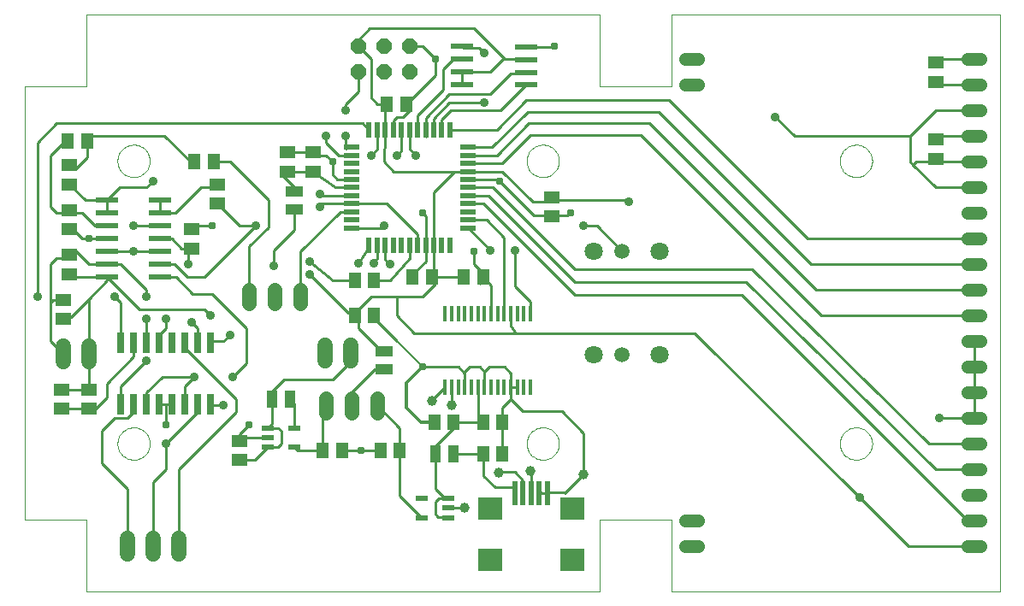
<source format=gtl>
G75*
%MOIN*%
%OFA0B0*%
%FSLAX24Y24*%
%IPPOS*%
%LPD*%
%AMOC8*
5,1,8,0,0,1.08239X$1,22.5*
%
%ADD10C,0.0010*%
%ADD11C,0.0000*%
%ADD12R,0.0217X0.0610*%
%ADD13R,0.0610X0.0217*%
%ADD14R,0.0512X0.0591*%
%ADD15R,0.0591X0.0512*%
%ADD16R,0.0701X0.0402*%
%ADD17OC8,0.0600*%
%ADD18R,0.0866X0.0236*%
%ADD19R,0.0260X0.0800*%
%ADD20R,0.0157X0.0591*%
%ADD21C,0.0515*%
%ADD22C,0.0594*%
%ADD23C,0.0709*%
%ADD24R,0.0472X0.0217*%
%ADD25C,0.0600*%
%ADD26R,0.0402X0.0701*%
%ADD27C,0.0560*%
%ADD28R,0.0866X0.0197*%
%ADD29R,0.0196X0.0980*%
%ADD30R,0.0980X0.0870*%
%ADD31C,0.0100*%
%ADD32C,0.0070*%
%ADD33C,0.0310*%
%ADD34C,0.0120*%
%ADD35C,0.0396*%
%ADD36C,0.0360*%
D10*
X002505Y000185D02*
X002505Y002985D01*
X000105Y002985D01*
X000105Y019885D01*
X002505Y019885D01*
X002505Y022685D01*
X022505Y022685D01*
X022505Y019885D01*
X025305Y019885D01*
X025305Y022685D01*
X038105Y022685D01*
X038105Y000185D01*
X025305Y000185D01*
X025305Y002985D01*
X022505Y002985D01*
X022505Y000185D01*
X002505Y000185D01*
D11*
X003725Y005950D02*
X003727Y006000D01*
X003733Y006050D01*
X003743Y006099D01*
X003757Y006147D01*
X003774Y006194D01*
X003795Y006239D01*
X003820Y006283D01*
X003848Y006324D01*
X003880Y006363D01*
X003914Y006400D01*
X003951Y006434D01*
X003991Y006464D01*
X004033Y006491D01*
X004077Y006515D01*
X004123Y006536D01*
X004170Y006552D01*
X004218Y006565D01*
X004268Y006574D01*
X004317Y006579D01*
X004368Y006580D01*
X004418Y006577D01*
X004467Y006570D01*
X004516Y006559D01*
X004564Y006544D01*
X004610Y006526D01*
X004655Y006504D01*
X004698Y006478D01*
X004739Y006449D01*
X004778Y006417D01*
X004814Y006382D01*
X004846Y006344D01*
X004876Y006304D01*
X004903Y006261D01*
X004926Y006217D01*
X004945Y006171D01*
X004961Y006123D01*
X004973Y006074D01*
X004981Y006025D01*
X004985Y005975D01*
X004985Y005925D01*
X004981Y005875D01*
X004973Y005826D01*
X004961Y005777D01*
X004945Y005729D01*
X004926Y005683D01*
X004903Y005639D01*
X004876Y005596D01*
X004846Y005556D01*
X004814Y005518D01*
X004778Y005483D01*
X004739Y005451D01*
X004698Y005422D01*
X004655Y005396D01*
X004610Y005374D01*
X004564Y005356D01*
X004516Y005341D01*
X004467Y005330D01*
X004418Y005323D01*
X004368Y005320D01*
X004317Y005321D01*
X004268Y005326D01*
X004218Y005335D01*
X004170Y005348D01*
X004123Y005364D01*
X004077Y005385D01*
X004033Y005409D01*
X003991Y005436D01*
X003951Y005466D01*
X003914Y005500D01*
X003880Y005537D01*
X003848Y005576D01*
X003820Y005617D01*
X003795Y005661D01*
X003774Y005706D01*
X003757Y005753D01*
X003743Y005801D01*
X003733Y005850D01*
X003727Y005900D01*
X003725Y005950D01*
X019670Y005950D02*
X019672Y006000D01*
X019678Y006050D01*
X019688Y006099D01*
X019702Y006147D01*
X019719Y006194D01*
X019740Y006239D01*
X019765Y006283D01*
X019793Y006324D01*
X019825Y006363D01*
X019859Y006400D01*
X019896Y006434D01*
X019936Y006464D01*
X019978Y006491D01*
X020022Y006515D01*
X020068Y006536D01*
X020115Y006552D01*
X020163Y006565D01*
X020213Y006574D01*
X020262Y006579D01*
X020313Y006580D01*
X020363Y006577D01*
X020412Y006570D01*
X020461Y006559D01*
X020509Y006544D01*
X020555Y006526D01*
X020600Y006504D01*
X020643Y006478D01*
X020684Y006449D01*
X020723Y006417D01*
X020759Y006382D01*
X020791Y006344D01*
X020821Y006304D01*
X020848Y006261D01*
X020871Y006217D01*
X020890Y006171D01*
X020906Y006123D01*
X020918Y006074D01*
X020926Y006025D01*
X020930Y005975D01*
X020930Y005925D01*
X020926Y005875D01*
X020918Y005826D01*
X020906Y005777D01*
X020890Y005729D01*
X020871Y005683D01*
X020848Y005639D01*
X020821Y005596D01*
X020791Y005556D01*
X020759Y005518D01*
X020723Y005483D01*
X020684Y005451D01*
X020643Y005422D01*
X020600Y005396D01*
X020555Y005374D01*
X020509Y005356D01*
X020461Y005341D01*
X020412Y005330D01*
X020363Y005323D01*
X020313Y005320D01*
X020262Y005321D01*
X020213Y005326D01*
X020163Y005335D01*
X020115Y005348D01*
X020068Y005364D01*
X020022Y005385D01*
X019978Y005409D01*
X019936Y005436D01*
X019896Y005466D01*
X019859Y005500D01*
X019825Y005537D01*
X019793Y005576D01*
X019765Y005617D01*
X019740Y005661D01*
X019719Y005706D01*
X019702Y005753D01*
X019688Y005801D01*
X019678Y005850D01*
X019672Y005900D01*
X019670Y005950D01*
X031875Y005950D02*
X031877Y006000D01*
X031883Y006050D01*
X031893Y006099D01*
X031907Y006147D01*
X031924Y006194D01*
X031945Y006239D01*
X031970Y006283D01*
X031998Y006324D01*
X032030Y006363D01*
X032064Y006400D01*
X032101Y006434D01*
X032141Y006464D01*
X032183Y006491D01*
X032227Y006515D01*
X032273Y006536D01*
X032320Y006552D01*
X032368Y006565D01*
X032418Y006574D01*
X032467Y006579D01*
X032518Y006580D01*
X032568Y006577D01*
X032617Y006570D01*
X032666Y006559D01*
X032714Y006544D01*
X032760Y006526D01*
X032805Y006504D01*
X032848Y006478D01*
X032889Y006449D01*
X032928Y006417D01*
X032964Y006382D01*
X032996Y006344D01*
X033026Y006304D01*
X033053Y006261D01*
X033076Y006217D01*
X033095Y006171D01*
X033111Y006123D01*
X033123Y006074D01*
X033131Y006025D01*
X033135Y005975D01*
X033135Y005925D01*
X033131Y005875D01*
X033123Y005826D01*
X033111Y005777D01*
X033095Y005729D01*
X033076Y005683D01*
X033053Y005639D01*
X033026Y005596D01*
X032996Y005556D01*
X032964Y005518D01*
X032928Y005483D01*
X032889Y005451D01*
X032848Y005422D01*
X032805Y005396D01*
X032760Y005374D01*
X032714Y005356D01*
X032666Y005341D01*
X032617Y005330D01*
X032568Y005323D01*
X032518Y005320D01*
X032467Y005321D01*
X032418Y005326D01*
X032368Y005335D01*
X032320Y005348D01*
X032273Y005364D01*
X032227Y005385D01*
X032183Y005409D01*
X032141Y005436D01*
X032101Y005466D01*
X032064Y005500D01*
X032030Y005537D01*
X031998Y005576D01*
X031970Y005617D01*
X031945Y005661D01*
X031924Y005706D01*
X031907Y005753D01*
X031893Y005801D01*
X031883Y005850D01*
X031877Y005900D01*
X031875Y005950D01*
X031875Y016974D02*
X031877Y017024D01*
X031883Y017074D01*
X031893Y017123D01*
X031907Y017171D01*
X031924Y017218D01*
X031945Y017263D01*
X031970Y017307D01*
X031998Y017348D01*
X032030Y017387D01*
X032064Y017424D01*
X032101Y017458D01*
X032141Y017488D01*
X032183Y017515D01*
X032227Y017539D01*
X032273Y017560D01*
X032320Y017576D01*
X032368Y017589D01*
X032418Y017598D01*
X032467Y017603D01*
X032518Y017604D01*
X032568Y017601D01*
X032617Y017594D01*
X032666Y017583D01*
X032714Y017568D01*
X032760Y017550D01*
X032805Y017528D01*
X032848Y017502D01*
X032889Y017473D01*
X032928Y017441D01*
X032964Y017406D01*
X032996Y017368D01*
X033026Y017328D01*
X033053Y017285D01*
X033076Y017241D01*
X033095Y017195D01*
X033111Y017147D01*
X033123Y017098D01*
X033131Y017049D01*
X033135Y016999D01*
X033135Y016949D01*
X033131Y016899D01*
X033123Y016850D01*
X033111Y016801D01*
X033095Y016753D01*
X033076Y016707D01*
X033053Y016663D01*
X033026Y016620D01*
X032996Y016580D01*
X032964Y016542D01*
X032928Y016507D01*
X032889Y016475D01*
X032848Y016446D01*
X032805Y016420D01*
X032760Y016398D01*
X032714Y016380D01*
X032666Y016365D01*
X032617Y016354D01*
X032568Y016347D01*
X032518Y016344D01*
X032467Y016345D01*
X032418Y016350D01*
X032368Y016359D01*
X032320Y016372D01*
X032273Y016388D01*
X032227Y016409D01*
X032183Y016433D01*
X032141Y016460D01*
X032101Y016490D01*
X032064Y016524D01*
X032030Y016561D01*
X031998Y016600D01*
X031970Y016641D01*
X031945Y016685D01*
X031924Y016730D01*
X031907Y016777D01*
X031893Y016825D01*
X031883Y016874D01*
X031877Y016924D01*
X031875Y016974D01*
X019670Y016974D02*
X019672Y017024D01*
X019678Y017074D01*
X019688Y017123D01*
X019702Y017171D01*
X019719Y017218D01*
X019740Y017263D01*
X019765Y017307D01*
X019793Y017348D01*
X019825Y017387D01*
X019859Y017424D01*
X019896Y017458D01*
X019936Y017488D01*
X019978Y017515D01*
X020022Y017539D01*
X020068Y017560D01*
X020115Y017576D01*
X020163Y017589D01*
X020213Y017598D01*
X020262Y017603D01*
X020313Y017604D01*
X020363Y017601D01*
X020412Y017594D01*
X020461Y017583D01*
X020509Y017568D01*
X020555Y017550D01*
X020600Y017528D01*
X020643Y017502D01*
X020684Y017473D01*
X020723Y017441D01*
X020759Y017406D01*
X020791Y017368D01*
X020821Y017328D01*
X020848Y017285D01*
X020871Y017241D01*
X020890Y017195D01*
X020906Y017147D01*
X020918Y017098D01*
X020926Y017049D01*
X020930Y016999D01*
X020930Y016949D01*
X020926Y016899D01*
X020918Y016850D01*
X020906Y016801D01*
X020890Y016753D01*
X020871Y016707D01*
X020848Y016663D01*
X020821Y016620D01*
X020791Y016580D01*
X020759Y016542D01*
X020723Y016507D01*
X020684Y016475D01*
X020643Y016446D01*
X020600Y016420D01*
X020555Y016398D01*
X020509Y016380D01*
X020461Y016365D01*
X020412Y016354D01*
X020363Y016347D01*
X020313Y016344D01*
X020262Y016345D01*
X020213Y016350D01*
X020163Y016359D01*
X020115Y016372D01*
X020068Y016388D01*
X020022Y016409D01*
X019978Y016433D01*
X019936Y016460D01*
X019896Y016490D01*
X019859Y016524D01*
X019825Y016561D01*
X019793Y016600D01*
X019765Y016641D01*
X019740Y016685D01*
X019719Y016730D01*
X019702Y016777D01*
X019688Y016825D01*
X019678Y016874D01*
X019672Y016924D01*
X019670Y016974D01*
X003725Y016974D02*
X003727Y017024D01*
X003733Y017074D01*
X003743Y017123D01*
X003757Y017171D01*
X003774Y017218D01*
X003795Y017263D01*
X003820Y017307D01*
X003848Y017348D01*
X003880Y017387D01*
X003914Y017424D01*
X003951Y017458D01*
X003991Y017488D01*
X004033Y017515D01*
X004077Y017539D01*
X004123Y017560D01*
X004170Y017576D01*
X004218Y017589D01*
X004268Y017598D01*
X004317Y017603D01*
X004368Y017604D01*
X004418Y017601D01*
X004467Y017594D01*
X004516Y017583D01*
X004564Y017568D01*
X004610Y017550D01*
X004655Y017528D01*
X004698Y017502D01*
X004739Y017473D01*
X004778Y017441D01*
X004814Y017406D01*
X004846Y017368D01*
X004876Y017328D01*
X004903Y017285D01*
X004926Y017241D01*
X004945Y017195D01*
X004961Y017147D01*
X004973Y017098D01*
X004981Y017049D01*
X004985Y016999D01*
X004985Y016949D01*
X004981Y016899D01*
X004973Y016850D01*
X004961Y016801D01*
X004945Y016753D01*
X004926Y016707D01*
X004903Y016663D01*
X004876Y016620D01*
X004846Y016580D01*
X004814Y016542D01*
X004778Y016507D01*
X004739Y016475D01*
X004698Y016446D01*
X004655Y016420D01*
X004610Y016398D01*
X004564Y016380D01*
X004516Y016365D01*
X004467Y016354D01*
X004418Y016347D01*
X004368Y016344D01*
X004317Y016345D01*
X004268Y016350D01*
X004218Y016359D01*
X004170Y016372D01*
X004123Y016388D01*
X004077Y016409D01*
X004033Y016433D01*
X003991Y016460D01*
X003951Y016490D01*
X003914Y016524D01*
X003880Y016561D01*
X003848Y016600D01*
X003820Y016641D01*
X003795Y016685D01*
X003774Y016730D01*
X003757Y016777D01*
X003743Y016825D01*
X003733Y016874D01*
X003727Y016924D01*
X003725Y016974D01*
D12*
X013530Y018199D03*
X013845Y018199D03*
X014160Y018199D03*
X014475Y018199D03*
X014790Y018199D03*
X015105Y018199D03*
X015420Y018199D03*
X015735Y018199D03*
X016050Y018199D03*
X016365Y018199D03*
X016680Y018199D03*
X016680Y013671D03*
X016365Y013671D03*
X016050Y013671D03*
X015735Y013671D03*
X015420Y013671D03*
X015105Y013671D03*
X014790Y013671D03*
X014475Y013671D03*
X014160Y013671D03*
X013845Y013671D03*
X013530Y013671D03*
D13*
X012841Y014360D03*
X012841Y014675D03*
X012841Y014990D03*
X012841Y015305D03*
X012841Y015620D03*
X012841Y015935D03*
X012841Y016250D03*
X012841Y016565D03*
X012841Y016880D03*
X012841Y017195D03*
X012841Y017510D03*
X017369Y017510D03*
X017369Y017195D03*
X017369Y016880D03*
X017369Y016565D03*
X017369Y016250D03*
X017369Y015935D03*
X017369Y015620D03*
X017369Y015305D03*
X017369Y014990D03*
X017369Y014675D03*
X017369Y014360D03*
D14*
X017231Y012435D03*
X017979Y012435D03*
X015979Y012435D03*
X015231Y012435D03*
X013729Y012310D03*
X012981Y012310D03*
X012981Y010935D03*
X013729Y010935D03*
X016081Y006785D03*
X016829Y006785D03*
X017981Y006785D03*
X018729Y006785D03*
X018729Y005535D03*
X017981Y005535D03*
X014729Y005685D03*
X013981Y005685D03*
X012479Y005685D03*
X011731Y005685D03*
X007479Y016935D03*
X006731Y016935D03*
X002537Y017757D03*
X001789Y017757D03*
X014231Y019185D03*
X014979Y019185D03*
D15*
X011355Y017309D03*
X010355Y017309D03*
X010355Y016561D03*
X011355Y016561D03*
X007605Y016059D03*
X007605Y015311D03*
X006605Y014309D03*
X006605Y013561D03*
X001855Y013309D03*
X001855Y012561D03*
X001605Y011559D03*
X001605Y010811D03*
X001555Y008059D03*
X002605Y008059D03*
X002605Y007311D03*
X001555Y007311D03*
X008480Y006059D03*
X008480Y005311D03*
X001855Y014311D03*
X001855Y015059D03*
X001855Y016061D03*
X001855Y016809D03*
X020635Y015549D03*
X020635Y014801D03*
X035605Y017061D03*
X035605Y017809D03*
X035605Y020061D03*
X035605Y020809D03*
D16*
X014105Y009535D03*
X014105Y008835D03*
X010605Y015085D03*
X010605Y015785D03*
D17*
X013105Y020435D03*
X014105Y020435D03*
X015105Y020435D03*
X015105Y021435D03*
X014105Y021435D03*
X013105Y021435D03*
D18*
X005379Y015435D03*
X005379Y014935D03*
X005379Y014435D03*
X005379Y013935D03*
X005379Y013435D03*
X005379Y012935D03*
X005379Y012435D03*
X003331Y012435D03*
X003331Y012935D03*
X003331Y013435D03*
X003331Y013935D03*
X003331Y014435D03*
X003331Y014935D03*
X003331Y015435D03*
D19*
X003855Y009895D03*
X004355Y009895D03*
X004855Y009895D03*
X005355Y009895D03*
X005855Y009895D03*
X006355Y009895D03*
X006855Y009895D03*
X007355Y009895D03*
X007355Y007475D03*
X006855Y007475D03*
X006355Y007475D03*
X005855Y007475D03*
X005355Y007475D03*
X004855Y007475D03*
X004355Y007475D03*
X003855Y007475D03*
D20*
X016492Y008158D03*
X016748Y008158D03*
X017003Y008158D03*
X017259Y008158D03*
X017515Y008158D03*
X017771Y008158D03*
X018027Y008158D03*
X018283Y008158D03*
X018539Y008158D03*
X018795Y008158D03*
X019051Y008158D03*
X019307Y008158D03*
X019562Y008158D03*
X019818Y008158D03*
X019818Y011012D03*
X019562Y011012D03*
X019307Y011012D03*
X019051Y011012D03*
X018795Y011012D03*
X018539Y011012D03*
X018283Y011012D03*
X018027Y011012D03*
X017771Y011012D03*
X017515Y011012D03*
X017259Y011012D03*
X017003Y011012D03*
X016748Y011012D03*
X016492Y011012D03*
D21*
X025848Y002936D02*
X026363Y002936D01*
X026363Y001936D02*
X025848Y001936D01*
X036848Y001936D02*
X037363Y001936D01*
X037363Y002936D02*
X036848Y002936D01*
X036848Y003936D02*
X037363Y003936D01*
X037363Y004936D02*
X036848Y004936D01*
X036848Y005936D02*
X037363Y005936D01*
X037363Y006936D02*
X036848Y006936D01*
X036848Y007936D02*
X037363Y007936D01*
X037363Y008936D02*
X036848Y008936D01*
X036848Y009936D02*
X037363Y009936D01*
X037363Y010936D02*
X036848Y010936D01*
X036848Y011936D02*
X037363Y011936D01*
X037363Y012936D02*
X036848Y012936D01*
X036848Y013936D02*
X037363Y013936D01*
X037363Y014936D02*
X036848Y014936D01*
X036848Y015936D02*
X037363Y015936D01*
X037363Y016936D02*
X036848Y016936D01*
X036848Y017936D02*
X037363Y017936D01*
X037363Y018936D02*
X036848Y018936D01*
X036848Y019936D02*
X037363Y019936D01*
X037363Y020936D02*
X036848Y020936D01*
X026363Y020936D02*
X025848Y020936D01*
X025848Y019936D02*
X026363Y019936D01*
D22*
X023380Y013463D03*
X023380Y009407D03*
D23*
X022278Y009407D03*
X024837Y009407D03*
X024837Y013463D03*
X022278Y013463D03*
D24*
X010617Y006559D03*
X009593Y006559D03*
X009593Y006185D03*
X009593Y005811D03*
X010617Y005811D03*
X015593Y003809D03*
X015593Y003061D03*
X016617Y003061D03*
X016617Y003435D03*
X016617Y003809D03*
D25*
X012831Y009182D02*
X012831Y009782D01*
X011831Y009782D02*
X011831Y009182D01*
X002605Y009135D02*
X002605Y009735D01*
X001605Y009735D02*
X001605Y009135D01*
X004105Y002235D02*
X004105Y001635D01*
X005105Y001635D02*
X005105Y002235D01*
X006105Y002235D02*
X006105Y001635D01*
D26*
X009755Y007685D03*
X010455Y007685D03*
X016105Y005535D03*
X016805Y005535D03*
D27*
X013855Y007155D02*
X013855Y007715D01*
X012855Y007715D02*
X012855Y007155D01*
X011855Y007155D02*
X011855Y007715D01*
X010855Y011405D02*
X010855Y011965D01*
X009855Y011965D02*
X009855Y011405D01*
X008855Y011405D02*
X008855Y011965D01*
D28*
X017163Y019935D03*
X017163Y020435D03*
X017163Y020935D03*
X017163Y021435D03*
X019647Y021431D03*
X019647Y020931D03*
X019647Y020431D03*
X019647Y019935D03*
D29*
X019525Y004025D03*
X019210Y004025D03*
X019840Y004025D03*
X020155Y004025D03*
X020470Y004025D03*
D30*
X021440Y003425D03*
X021440Y001425D03*
X018240Y001425D03*
X018240Y003425D03*
D31*
X017235Y003435D02*
X016617Y003435D01*
X016617Y003809D02*
X016259Y003809D01*
X016125Y003675D01*
X016125Y003195D01*
X016145Y003175D01*
X016145Y003155D01*
X016205Y003095D01*
X016583Y003095D01*
X016617Y003061D01*
X016655Y003085D01*
X016617Y003809D02*
X016481Y003809D01*
X016105Y004185D01*
X016105Y005535D01*
X016055Y005585D01*
X016055Y005785D01*
X016829Y006559D01*
X016829Y006785D01*
X017981Y006785D01*
X017771Y006995D01*
X017771Y008158D01*
X018027Y008158D02*
X018027Y008757D01*
X017849Y008935D01*
X017455Y008935D01*
X017259Y008739D01*
X017259Y008158D01*
X017259Y008681D01*
X017005Y008935D01*
X015605Y008935D01*
X016492Y008158D02*
X015995Y007661D01*
X015995Y007615D01*
X016745Y007465D02*
X016745Y008155D01*
X016748Y008158D01*
X018027Y008757D02*
X018205Y008935D01*
X018805Y008935D01*
X019051Y008689D01*
X019051Y008158D01*
X019055Y008154D01*
X019055Y007685D01*
X018729Y007359D01*
X018729Y006785D01*
X018729Y005535D01*
X017981Y005535D02*
X017981Y004699D01*
X018445Y004235D01*
X019245Y004235D01*
X019210Y004200D01*
X019210Y004025D01*
X019525Y004025D02*
X019525Y004525D01*
X019215Y004835D01*
X018595Y004835D01*
X018585Y004825D01*
X017981Y005535D02*
X016805Y005535D01*
X016105Y005535D02*
X016105Y005535D01*
X014729Y005685D02*
X014729Y006561D01*
X013855Y007435D01*
X012855Y007435D02*
X012855Y007935D01*
X013755Y008835D01*
X014105Y008835D01*
X014105Y009535D02*
X014005Y009535D01*
X013105Y010435D01*
X013105Y010811D01*
X012981Y010935D01*
X012855Y011061D01*
X012729Y011061D01*
X011230Y012560D01*
X011230Y013060D02*
X012105Y012310D01*
X012981Y012310D01*
X013729Y012310D02*
X014355Y012310D01*
X015105Y013185D01*
X015105Y013671D01*
X015420Y013671D02*
X015420Y014120D01*
X014230Y015310D01*
X012846Y015310D01*
X012841Y015305D01*
X011725Y015305D01*
X011605Y015185D01*
X011670Y015620D02*
X011605Y015685D01*
X011670Y015620D02*
X012841Y015620D01*
X012841Y015935D02*
X012231Y015935D01*
X011355Y016561D01*
X010355Y016561D01*
X010229Y016435D01*
X010105Y016435D01*
X010605Y015935D01*
X010605Y015785D01*
X009605Y015435D02*
X008105Y016935D01*
X007479Y016935D01*
X006731Y016935D02*
X006575Y016935D01*
X005555Y017955D01*
X002735Y017955D01*
X002537Y017757D01*
X002537Y017117D01*
X002105Y016685D01*
X001979Y016685D01*
X001855Y016809D01*
X001105Y017185D02*
X001605Y017685D01*
X001789Y017757D01*
X001105Y017185D02*
X001105Y015185D01*
X001355Y014935D01*
X001855Y014935D01*
X001855Y015059D01*
X001979Y014935D01*
X002355Y014935D01*
X002855Y014435D01*
X003331Y014435D01*
X003331Y013935D02*
X002605Y013935D01*
X002355Y013935D01*
X002105Y014185D01*
X001981Y014185D01*
X001855Y014311D01*
X001729Y013435D02*
X001855Y013309D01*
X001605Y013435D01*
X001605Y013185D01*
X001355Y013185D01*
X001105Y012935D01*
X001105Y011435D01*
X001105Y009935D01*
X001605Y009435D01*
X002605Y009435D02*
X002605Y011585D01*
X001905Y010885D01*
X001679Y010885D01*
X001605Y010811D01*
X001605Y011559D02*
X001229Y011559D01*
X001105Y011435D01*
X000605Y011685D02*
X000605Y017685D01*
X001355Y018435D01*
X013294Y018435D01*
X013530Y018199D01*
X013845Y018199D02*
X013845Y017445D01*
X013605Y017185D01*
X014105Y016935D02*
X014480Y016560D01*
X016855Y016560D01*
X016050Y015755D01*
X016050Y013671D01*
X016050Y012506D01*
X015979Y012435D01*
X017231Y012435D01*
X017855Y012311D02*
X017855Y012185D01*
X017855Y012311D02*
X017979Y012435D01*
X018283Y012131D01*
X018283Y011012D01*
X018795Y011012D02*
X018795Y013995D01*
X018105Y014685D01*
X017379Y014685D01*
X017369Y014675D01*
X017369Y014360D02*
X017430Y014360D01*
X018255Y013485D01*
X017605Y013435D02*
X017605Y012935D01*
X018105Y012435D01*
X019205Y012085D02*
X019805Y011485D01*
X019805Y011026D01*
X019818Y011012D01*
X019051Y011012D02*
X019051Y010564D01*
X019255Y010260D01*
X026230Y010260D01*
X032655Y003835D01*
X034555Y001935D01*
X037105Y001935D01*
X037106Y001936D01*
X037106Y002936D02*
X036854Y002936D01*
X028055Y011735D01*
X021555Y011735D01*
X017985Y015305D01*
X017369Y015305D01*
X017369Y015620D02*
X018170Y015620D01*
X021555Y012235D01*
X028205Y012235D01*
X035605Y004935D01*
X037105Y004935D01*
X037106Y004936D01*
X037106Y005936D02*
X035356Y005936D01*
X035355Y005935D01*
X028455Y012735D01*
X021555Y012735D01*
X018355Y015935D01*
X017369Y015935D01*
X017369Y016250D02*
X018540Y016250D01*
X018605Y016185D01*
X019955Y014835D01*
X020301Y014835D01*
X020635Y014801D01*
X020569Y014835D01*
X021255Y014835D01*
X021355Y014935D01*
X021868Y014435D02*
X022408Y014435D01*
X023380Y013463D01*
X023655Y015385D02*
X023655Y015435D01*
X020455Y015435D01*
X020635Y015549D01*
X020399Y015385D01*
X019905Y015385D01*
X018725Y016565D01*
X017369Y016565D01*
X017364Y016560D01*
X016855Y016560D01*
X017369Y016880D02*
X018700Y016880D01*
X019805Y017985D01*
X024105Y017985D01*
X031155Y010935D01*
X037105Y010935D01*
X037106Y010936D01*
X037106Y009936D02*
X037106Y008936D01*
X037106Y007936D01*
X037106Y006936D01*
X035756Y006936D01*
X035755Y006935D01*
X037105Y011935D02*
X030955Y011935D01*
X024455Y018435D01*
X019755Y018435D01*
X018515Y017195D01*
X017369Y017195D01*
X017369Y017510D02*
X018330Y017510D01*
X019705Y018885D01*
X024805Y018885D01*
X030755Y012935D01*
X037105Y012935D01*
X037106Y012936D01*
X037106Y011936D02*
X037105Y011935D01*
X037105Y013935D02*
X037106Y013936D01*
X037105Y013935D02*
X030605Y013935D01*
X025205Y019335D01*
X019655Y019335D01*
X018519Y018199D01*
X016680Y018199D01*
X016365Y018199D02*
X016365Y018595D01*
X016705Y018935D01*
X018647Y018935D01*
X019647Y019935D01*
X019601Y020385D02*
X019055Y020385D01*
X018255Y019585D01*
X016655Y019585D01*
X015735Y018665D01*
X015735Y018199D01*
X015735Y017905D01*
X016050Y018199D02*
X016050Y018630D01*
X016655Y019235D01*
X018005Y019235D01*
X017163Y019935D02*
X017163Y020435D01*
X018255Y020435D01*
X018755Y020935D01*
X018805Y020935D01*
X017605Y022135D01*
X013555Y022135D01*
X013105Y021685D01*
X013105Y021435D01*
X013605Y020935D01*
X013605Y019435D01*
X013855Y019185D01*
X014231Y019185D01*
X014160Y019114D01*
X014160Y018199D01*
X014160Y017490D01*
X014105Y017435D01*
X014105Y016935D01*
X014605Y017185D02*
X014790Y017370D01*
X014790Y018199D01*
X014475Y018199D02*
X014475Y018555D01*
X014605Y018685D01*
X014855Y018685D01*
X015105Y018935D01*
X015105Y019059D01*
X014979Y019185D01*
X016105Y020311D01*
X016105Y020935D01*
X015605Y021435D01*
X015105Y021435D01*
X016405Y020535D02*
X016805Y020935D01*
X017163Y020935D01*
X017213Y021385D02*
X017163Y021435D01*
X017213Y021385D02*
X017805Y021385D01*
X018005Y021185D01*
X018805Y020935D02*
X019643Y020935D01*
X019647Y020931D01*
X019647Y020431D02*
X019601Y020385D01*
X019647Y021431D02*
X020751Y021431D01*
X020755Y021435D01*
X016405Y020535D02*
X016405Y019735D01*
X015420Y018750D01*
X015420Y018199D01*
X015105Y018199D02*
X015105Y017435D01*
X015355Y017185D01*
X012841Y017195D02*
X012605Y017185D01*
X012355Y017185D01*
X011855Y017685D01*
X011855Y017935D01*
X012605Y017935D02*
X012605Y017435D01*
X012841Y017510D01*
X012105Y016935D02*
X011855Y017185D01*
X011479Y017185D01*
X011355Y017309D01*
X010355Y017309D01*
X012105Y016935D02*
X012105Y016435D01*
X012290Y016250D01*
X012841Y016250D01*
X012841Y014990D02*
X012410Y014990D01*
X010855Y013435D01*
X010855Y011685D01*
X009830Y012860D02*
X009805Y012885D01*
X009805Y013485D01*
X010605Y014285D01*
X010605Y015085D01*
X009605Y015435D02*
X009605Y014385D01*
X008855Y013635D01*
X008855Y011685D01*
X008755Y010435D02*
X007405Y011785D01*
X006655Y011785D01*
X006005Y012435D01*
X005379Y012435D01*
X005379Y012935D02*
X005955Y012935D01*
X006455Y012435D01*
X007105Y012435D01*
X009105Y014435D01*
X008481Y014435D01*
X007605Y015311D01*
X007481Y015935D02*
X006980Y015935D01*
X005980Y014935D01*
X005379Y014935D01*
X005379Y015435D01*
X004855Y015935D02*
X003831Y015935D01*
X003331Y015435D01*
X003331Y014935D01*
X003331Y015435D02*
X002481Y015435D01*
X001855Y016061D01*
X004355Y014435D02*
X005379Y014435D01*
X005379Y013935D02*
X005855Y013935D01*
X006229Y013561D01*
X006605Y013561D01*
X006480Y013436D01*
X006480Y012935D01*
X005379Y013435D02*
X004355Y013435D01*
X003331Y013435D01*
X003331Y012935D02*
X002605Y012935D01*
X002105Y013435D01*
X001981Y013435D01*
X001855Y013309D01*
X001729Y013435D02*
X001605Y013435D01*
X001855Y012561D02*
X001981Y012435D01*
X003331Y012435D01*
X003331Y012311D01*
X002605Y011585D01*
X003605Y011685D02*
X003855Y011435D01*
X003855Y009895D01*
X004355Y009895D02*
X004355Y009335D01*
X003305Y008285D01*
X003305Y007735D01*
X002881Y007311D01*
X002605Y007311D01*
X001555Y007311D01*
X001555Y008059D02*
X002605Y008059D01*
X002605Y009435D01*
X003855Y008185D02*
X003855Y007475D01*
X004355Y007475D02*
X004355Y007185D01*
X004105Y006935D01*
X003605Y006935D01*
X003105Y006435D01*
X003105Y005185D01*
X004105Y004185D01*
X004105Y001935D01*
X005105Y001935D02*
X005105Y004435D01*
X005605Y004935D01*
X005605Y005935D01*
X006855Y007185D01*
X006855Y007475D01*
X006355Y007475D02*
X006355Y008185D01*
X006730Y008560D01*
X005480Y008560D01*
X004855Y007935D01*
X004855Y007475D01*
X005355Y007475D02*
X005605Y007475D01*
X005605Y006685D01*
X005605Y007475D02*
X005855Y007475D01*
X007355Y007475D02*
X007355Y007435D01*
X007855Y007435D01*
X008355Y007185D02*
X006105Y004935D01*
X006105Y001935D01*
X008480Y005311D02*
X009093Y005311D01*
X009593Y005811D01*
X009981Y005811D01*
X010105Y005935D01*
X010105Y006435D01*
X009981Y006559D01*
X009593Y006559D01*
X009755Y006720D01*
X009755Y007685D01*
X009730Y007710D01*
X009730Y007935D01*
X010230Y008435D01*
X012105Y008435D01*
X012831Y009161D01*
X012831Y009482D01*
X013605Y010935D02*
X014605Y009935D01*
X015280Y010260D02*
X019255Y010260D01*
X019205Y012085D02*
X019205Y013485D01*
X016105Y012309D02*
X016105Y012185D01*
X015605Y011685D01*
X014605Y011685D01*
X014605Y010935D01*
X015280Y010260D01*
X013605Y011685D02*
X013105Y011185D01*
X013105Y010811D01*
X013605Y011685D02*
X014605Y011685D01*
X015231Y012435D02*
X015355Y012559D01*
X015355Y012685D01*
X015735Y013065D01*
X015735Y013671D01*
X015735Y014805D01*
X015605Y014935D01*
X014105Y014435D02*
X014030Y014360D01*
X012841Y014360D01*
X013530Y013671D02*
X013530Y013610D01*
X013105Y012998D01*
X013705Y012972D02*
X013845Y013175D01*
X013845Y013671D01*
X014160Y013671D02*
X014160Y013130D01*
X014355Y012935D01*
X015979Y012435D02*
X016105Y012309D01*
X019051Y008158D02*
X019307Y008158D01*
X019055Y007685D02*
X019185Y007555D01*
X019185Y007545D01*
X019525Y007205D01*
X021055Y007205D01*
X021895Y006365D01*
X021895Y004755D01*
X021175Y004035D01*
X020480Y004035D01*
X020470Y004025D01*
X020155Y004025D01*
X019840Y004025D02*
X019840Y004860D01*
X019825Y004875D01*
X021165Y004025D02*
X021175Y004035D01*
X015593Y003061D02*
X014729Y003925D01*
X014729Y005685D01*
X013981Y005685D02*
X013230Y005685D01*
X012479Y005685D01*
X011731Y005685D02*
X010743Y005685D01*
X010617Y005811D01*
X010619Y005809D01*
X009593Y006185D02*
X008606Y006185D01*
X008480Y006059D01*
X008480Y006310D01*
X008855Y006685D01*
X008355Y007185D02*
X008355Y007685D01*
X006355Y009685D01*
X006355Y009895D01*
X006855Y009895D02*
X006855Y010435D01*
X006605Y010685D01*
X007105Y011185D02*
X007355Y010935D01*
X007105Y011185D02*
X004581Y011185D01*
X003331Y012435D01*
X003331Y012935D02*
X003855Y012935D01*
X004855Y011935D01*
X004855Y011685D01*
X004855Y010810D02*
X004855Y009895D01*
X005355Y009895D02*
X005355Y010185D01*
X005605Y010435D01*
X005605Y010810D01*
X007355Y009935D02*
X007355Y009895D01*
X007355Y009935D02*
X007855Y009935D01*
X008105Y010185D01*
X008755Y010435D02*
X008755Y009085D01*
X008230Y008560D01*
X008231Y008561D01*
X010455Y007685D02*
X010617Y007524D01*
X010617Y006559D01*
X011731Y007311D02*
X011731Y005685D01*
X011731Y007311D02*
X011855Y007435D01*
X004855Y009185D02*
X003855Y008185D01*
X006605Y014435D02*
X007418Y014435D01*
X007481Y015935D02*
X007605Y016059D01*
X006731Y016935D02*
X006605Y016935D01*
X005105Y016185D02*
X004855Y015935D01*
X012605Y018935D02*
X012605Y019185D01*
X013105Y019685D01*
X013105Y020435D01*
X029355Y018685D02*
X030105Y017935D01*
X034605Y017935D01*
X034605Y016935D01*
X034730Y016810D01*
X034856Y016936D01*
X037106Y016936D01*
X035730Y016936D01*
X035605Y017061D01*
X034730Y016810D02*
X035605Y015935D01*
X037105Y015935D01*
X037106Y015936D01*
X037106Y017936D02*
X035732Y017936D01*
X035605Y017809D01*
X034605Y017935D02*
X035606Y018936D01*
X037106Y018936D01*
X037106Y019936D02*
X035730Y019936D01*
X035605Y020061D01*
X035605Y020809D02*
X035732Y020936D01*
X037106Y020936D01*
D32*
X018105Y012435D02*
X017979Y012435D01*
X014605Y009935D02*
X015605Y008935D01*
X013729Y010935D02*
X013605Y010935D01*
X006605Y014309D02*
X006605Y014435D01*
X037106Y001936D02*
X037105Y001935D01*
D33*
X017605Y013435D03*
X015605Y014935D03*
X018605Y016185D03*
X021380Y014935D03*
X012105Y016935D03*
X007418Y014435D03*
X002605Y013935D03*
X005605Y006685D03*
X008855Y006685D03*
X013230Y005685D03*
X015605Y008935D03*
X016105Y020935D03*
X020755Y021435D03*
D34*
X015605Y008935D02*
X014975Y008305D01*
X014975Y007345D01*
X015535Y006785D01*
X016081Y006785D01*
X020155Y004025D02*
X020235Y004030D01*
D35*
X019825Y004875D03*
X018585Y004825D03*
X017235Y003435D03*
X021895Y004755D03*
X016745Y007465D03*
X015995Y007615D03*
D36*
X008230Y008560D03*
X006730Y008560D03*
X007855Y007435D03*
X005605Y005935D03*
X004855Y009185D03*
X006605Y010685D03*
X007355Y010935D03*
X008105Y010185D03*
X005605Y010810D03*
X004855Y010810D03*
X004855Y011685D03*
X003605Y011685D03*
X004355Y013435D03*
X004355Y014435D03*
X006480Y012935D03*
X009105Y014435D03*
X011230Y013060D03*
X011230Y012560D03*
X009805Y012885D03*
X013105Y012998D03*
X013705Y012972D03*
X014355Y012935D03*
X014105Y014435D03*
X011605Y015185D03*
X011605Y015685D03*
X013605Y017185D03*
X014605Y017185D03*
X015355Y017185D03*
X012605Y017935D03*
X011855Y017935D03*
X012605Y018935D03*
X018005Y019235D03*
X018005Y021185D03*
X023655Y015385D03*
X021868Y014435D03*
X019205Y013485D03*
X018255Y013485D03*
X029355Y018685D03*
X035755Y006935D03*
X032655Y003835D03*
X005105Y016185D03*
X000605Y011685D03*
M02*

</source>
